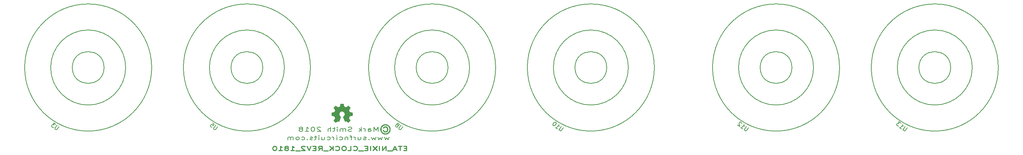
<source format=gbo>
G04 #@! TF.FileFunction,Legend,Bot*
%FSLAX46Y46*%
G04 Gerber Fmt 4.6, Leading zero omitted, Abs format (unit mm)*
G04 Created by KiCad (PCBNEW 4.0.6+dfsg1-1) date Sun Apr  1 15:15:07 2018*
%MOMM*%
%LPD*%
G01*
G04 APERTURE LIST*
%ADD10C,0.100000*%
%ADD11C,0.200000*%
%ADD12C,0.250000*%
%ADD13C,0.010000*%
%ADD14C,0.002540*%
%ADD15C,0.150000*%
G04 APERTURE END LIST*
D10*
D11*
X116608286Y-85256714D02*
X116322572Y-85923381D01*
X116036858Y-85447190D01*
X115751143Y-85923381D01*
X115465429Y-85256714D01*
X115036857Y-85256714D02*
X114751143Y-85923381D01*
X114465429Y-85447190D01*
X114179714Y-85923381D01*
X113894000Y-85256714D01*
X113465428Y-85256714D02*
X113179714Y-85923381D01*
X112894000Y-85447190D01*
X112608285Y-85923381D01*
X112322571Y-85256714D01*
X111751142Y-85828143D02*
X111679714Y-85875762D01*
X111751142Y-85923381D01*
X111822571Y-85875762D01*
X111751142Y-85828143D01*
X111751142Y-85923381D01*
X111108285Y-85875762D02*
X110965428Y-85923381D01*
X110679713Y-85923381D01*
X110536856Y-85875762D01*
X110465428Y-85780524D01*
X110465428Y-85732905D01*
X110536856Y-85637667D01*
X110679713Y-85590048D01*
X110893999Y-85590048D01*
X111036856Y-85542429D01*
X111108285Y-85447190D01*
X111108285Y-85399571D01*
X111036856Y-85304333D01*
X110893999Y-85256714D01*
X110679713Y-85256714D01*
X110536856Y-85304333D01*
X109179713Y-85256714D02*
X109179713Y-85923381D01*
X109822570Y-85256714D02*
X109822570Y-85780524D01*
X109751142Y-85875762D01*
X109608284Y-85923381D01*
X109393999Y-85923381D01*
X109251142Y-85875762D01*
X109179713Y-85828143D01*
X108465427Y-85923381D02*
X108465427Y-85256714D01*
X108465427Y-85447190D02*
X108393999Y-85351952D01*
X108322570Y-85304333D01*
X108179713Y-85256714D01*
X108036856Y-85256714D01*
X107751142Y-85256714D02*
X107179713Y-85256714D01*
X107536856Y-85923381D02*
X107536856Y-85066238D01*
X107465428Y-84971000D01*
X107322570Y-84923381D01*
X107179713Y-84923381D01*
X106679713Y-85256714D02*
X106679713Y-85923381D01*
X106679713Y-85351952D02*
X106608285Y-85304333D01*
X106465427Y-85256714D01*
X106251142Y-85256714D01*
X106108285Y-85304333D01*
X106036856Y-85399571D01*
X106036856Y-85923381D01*
X104679713Y-85875762D02*
X104822570Y-85923381D01*
X105108284Y-85923381D01*
X105251142Y-85875762D01*
X105322570Y-85828143D01*
X105393999Y-85732905D01*
X105393999Y-85447190D01*
X105322570Y-85351952D01*
X105251142Y-85304333D01*
X105108284Y-85256714D01*
X104822570Y-85256714D01*
X104679713Y-85304333D01*
X104036856Y-85923381D02*
X104036856Y-85256714D01*
X104036856Y-84923381D02*
X104108285Y-84971000D01*
X104036856Y-85018619D01*
X103965428Y-84971000D01*
X104036856Y-84923381D01*
X104036856Y-85018619D01*
X103322570Y-85923381D02*
X103322570Y-85256714D01*
X103322570Y-85447190D02*
X103251142Y-85351952D01*
X103179713Y-85304333D01*
X103036856Y-85256714D01*
X102893999Y-85256714D01*
X101751142Y-85875762D02*
X101893999Y-85923381D01*
X102179713Y-85923381D01*
X102322571Y-85875762D01*
X102393999Y-85828143D01*
X102465428Y-85732905D01*
X102465428Y-85447190D01*
X102393999Y-85351952D01*
X102322571Y-85304333D01*
X102179713Y-85256714D01*
X101893999Y-85256714D01*
X101751142Y-85304333D01*
X100465428Y-85256714D02*
X100465428Y-85923381D01*
X101108285Y-85256714D02*
X101108285Y-85780524D01*
X101036857Y-85875762D01*
X100893999Y-85923381D01*
X100679714Y-85923381D01*
X100536857Y-85875762D01*
X100465428Y-85828143D01*
X99751142Y-85923381D02*
X99751142Y-85256714D01*
X99751142Y-84923381D02*
X99822571Y-84971000D01*
X99751142Y-85018619D01*
X99679714Y-84971000D01*
X99751142Y-84923381D01*
X99751142Y-85018619D01*
X99251142Y-85256714D02*
X98679713Y-85256714D01*
X99036856Y-84923381D02*
X99036856Y-85780524D01*
X98965428Y-85875762D01*
X98822570Y-85923381D01*
X98679713Y-85923381D01*
X98251142Y-85875762D02*
X98108285Y-85923381D01*
X97822570Y-85923381D01*
X97679713Y-85875762D01*
X97608285Y-85780524D01*
X97608285Y-85732905D01*
X97679713Y-85637667D01*
X97822570Y-85590048D01*
X98036856Y-85590048D01*
X98179713Y-85542429D01*
X98251142Y-85447190D01*
X98251142Y-85399571D01*
X98179713Y-85304333D01*
X98036856Y-85256714D01*
X97822570Y-85256714D01*
X97679713Y-85304333D01*
X96965427Y-85828143D02*
X96893999Y-85875762D01*
X96965427Y-85923381D01*
X97036856Y-85875762D01*
X96965427Y-85828143D01*
X96965427Y-85923381D01*
X95608284Y-85875762D02*
X95751141Y-85923381D01*
X96036855Y-85923381D01*
X96179713Y-85875762D01*
X96251141Y-85828143D01*
X96322570Y-85732905D01*
X96322570Y-85447190D01*
X96251141Y-85351952D01*
X96179713Y-85304333D01*
X96036855Y-85256714D01*
X95751141Y-85256714D01*
X95608284Y-85304333D01*
X94751141Y-85923381D02*
X94893999Y-85875762D01*
X94965427Y-85828143D01*
X95036856Y-85732905D01*
X95036856Y-85447190D01*
X94965427Y-85351952D01*
X94893999Y-85304333D01*
X94751141Y-85256714D01*
X94536856Y-85256714D01*
X94393999Y-85304333D01*
X94322570Y-85351952D01*
X94251141Y-85447190D01*
X94251141Y-85732905D01*
X94322570Y-85828143D01*
X94393999Y-85875762D01*
X94536856Y-85923381D01*
X94751141Y-85923381D01*
X93608284Y-85923381D02*
X93608284Y-85256714D01*
X93608284Y-85351952D02*
X93536856Y-85304333D01*
X93393998Y-85256714D01*
X93179713Y-85256714D01*
X93036856Y-85304333D01*
X92965427Y-85399571D01*
X92965427Y-85923381D01*
X92965427Y-85399571D02*
X92893998Y-85304333D01*
X92751141Y-85256714D01*
X92536856Y-85256714D01*
X92393998Y-85304333D01*
X92322570Y-85399571D01*
X92322570Y-85923381D01*
D12*
X120774999Y-87939571D02*
X120274999Y-87939571D01*
X120060713Y-88463381D02*
X120774999Y-88463381D01*
X120774999Y-87463381D01*
X120060713Y-87463381D01*
X119632142Y-87463381D02*
X118774999Y-87463381D01*
X119203570Y-88463381D02*
X119203570Y-87463381D01*
X118346428Y-88177667D02*
X117632142Y-88177667D01*
X118489285Y-88463381D02*
X117989285Y-87463381D01*
X117489285Y-88463381D01*
X117346428Y-88558619D02*
X116203571Y-88558619D01*
X115846428Y-88463381D02*
X115846428Y-87463381D01*
X114989285Y-88463381D01*
X114989285Y-87463381D01*
X114274999Y-88463381D02*
X114274999Y-87463381D01*
X113703570Y-87463381D02*
X112703570Y-88463381D01*
X112703570Y-87463381D02*
X113703570Y-88463381D01*
X112132142Y-88463381D02*
X112132142Y-87463381D01*
X111417856Y-87939571D02*
X110917856Y-87939571D01*
X110703570Y-88463381D02*
X111417856Y-88463381D01*
X111417856Y-87463381D01*
X110703570Y-87463381D01*
X110417856Y-88558619D02*
X109274999Y-88558619D01*
X108060713Y-88368143D02*
X108132142Y-88415762D01*
X108346428Y-88463381D01*
X108489285Y-88463381D01*
X108703570Y-88415762D01*
X108846428Y-88320524D01*
X108917856Y-88225286D01*
X108989285Y-88034810D01*
X108989285Y-87891952D01*
X108917856Y-87701476D01*
X108846428Y-87606238D01*
X108703570Y-87511000D01*
X108489285Y-87463381D01*
X108346428Y-87463381D01*
X108132142Y-87511000D01*
X108060713Y-87558619D01*
X106703570Y-88463381D02*
X107417856Y-88463381D01*
X107417856Y-87463381D01*
X105917856Y-87463381D02*
X105632142Y-87463381D01*
X105489284Y-87511000D01*
X105346427Y-87606238D01*
X105274999Y-87796714D01*
X105274999Y-88130048D01*
X105346427Y-88320524D01*
X105489284Y-88415762D01*
X105632142Y-88463381D01*
X105917856Y-88463381D01*
X106060713Y-88415762D01*
X106203570Y-88320524D01*
X106274999Y-88130048D01*
X106274999Y-87796714D01*
X106203570Y-87606238D01*
X106060713Y-87511000D01*
X105917856Y-87463381D01*
X103774998Y-88368143D02*
X103846427Y-88415762D01*
X104060713Y-88463381D01*
X104203570Y-88463381D01*
X104417855Y-88415762D01*
X104560713Y-88320524D01*
X104632141Y-88225286D01*
X104703570Y-88034810D01*
X104703570Y-87891952D01*
X104632141Y-87701476D01*
X104560713Y-87606238D01*
X104417855Y-87511000D01*
X104203570Y-87463381D01*
X104060713Y-87463381D01*
X103846427Y-87511000D01*
X103774998Y-87558619D01*
X103132141Y-88463381D02*
X103132141Y-87463381D01*
X102274998Y-88463381D02*
X102917855Y-87891952D01*
X102274998Y-87463381D02*
X103132141Y-88034810D01*
X101989284Y-88558619D02*
X100846427Y-88558619D01*
X99632141Y-88463381D02*
X100132141Y-87987190D01*
X100489284Y-88463381D02*
X100489284Y-87463381D01*
X99917856Y-87463381D01*
X99774998Y-87511000D01*
X99703570Y-87558619D01*
X99632141Y-87653857D01*
X99632141Y-87796714D01*
X99703570Y-87891952D01*
X99774998Y-87939571D01*
X99917856Y-87987190D01*
X100489284Y-87987190D01*
X98989284Y-87939571D02*
X98489284Y-87939571D01*
X98274998Y-88463381D02*
X98989284Y-88463381D01*
X98989284Y-87463381D01*
X98274998Y-87463381D01*
X97846427Y-87463381D02*
X97346427Y-88463381D01*
X96846427Y-87463381D01*
X96417856Y-87558619D02*
X96346427Y-87511000D01*
X96203570Y-87463381D01*
X95846427Y-87463381D01*
X95703570Y-87511000D01*
X95632141Y-87558619D01*
X95560713Y-87653857D01*
X95560713Y-87749095D01*
X95632141Y-87891952D01*
X96489284Y-88463381D01*
X95560713Y-88463381D01*
X95274999Y-88558619D02*
X94132142Y-88558619D01*
X92989285Y-88463381D02*
X93846428Y-88463381D01*
X93417856Y-88463381D02*
X93417856Y-87463381D01*
X93560713Y-87606238D01*
X93703571Y-87701476D01*
X93846428Y-87749095D01*
X92132142Y-87891952D02*
X92275000Y-87844333D01*
X92346428Y-87796714D01*
X92417857Y-87701476D01*
X92417857Y-87653857D01*
X92346428Y-87558619D01*
X92275000Y-87511000D01*
X92132142Y-87463381D01*
X91846428Y-87463381D01*
X91703571Y-87511000D01*
X91632142Y-87558619D01*
X91560714Y-87653857D01*
X91560714Y-87701476D01*
X91632142Y-87796714D01*
X91703571Y-87844333D01*
X91846428Y-87891952D01*
X92132142Y-87891952D01*
X92275000Y-87939571D01*
X92346428Y-87987190D01*
X92417857Y-88082429D01*
X92417857Y-88272905D01*
X92346428Y-88368143D01*
X92275000Y-88415762D01*
X92132142Y-88463381D01*
X91846428Y-88463381D01*
X91703571Y-88415762D01*
X91632142Y-88368143D01*
X91560714Y-88272905D01*
X91560714Y-88082429D01*
X91632142Y-87987190D01*
X91703571Y-87939571D01*
X91846428Y-87891952D01*
X90132143Y-88463381D02*
X90989286Y-88463381D01*
X90560714Y-88463381D02*
X90560714Y-87463381D01*
X90703571Y-87606238D01*
X90846429Y-87701476D01*
X90989286Y-87749095D01*
X89203572Y-87463381D02*
X89060715Y-87463381D01*
X88917858Y-87511000D01*
X88846429Y-87558619D01*
X88775000Y-87653857D01*
X88703572Y-87844333D01*
X88703572Y-88082429D01*
X88775000Y-88272905D01*
X88846429Y-88368143D01*
X88917858Y-88415762D01*
X89060715Y-88463381D01*
X89203572Y-88463381D01*
X89346429Y-88415762D01*
X89417858Y-88368143D01*
X89489286Y-88272905D01*
X89560715Y-88082429D01*
X89560715Y-87844333D01*
X89489286Y-87653857D01*
X89417858Y-87558619D01*
X89346429Y-87511000D01*
X89203572Y-87463381D01*
D11*
X113949570Y-83891381D02*
X113949570Y-82891381D01*
X113449570Y-83605667D01*
X112949570Y-82891381D01*
X112949570Y-83891381D01*
X111592427Y-83891381D02*
X111592427Y-83367571D01*
X111663856Y-83272333D01*
X111806713Y-83224714D01*
X112092427Y-83224714D01*
X112235284Y-83272333D01*
X111592427Y-83843762D02*
X111735284Y-83891381D01*
X112092427Y-83891381D01*
X112235284Y-83843762D01*
X112306713Y-83748524D01*
X112306713Y-83653286D01*
X112235284Y-83558048D01*
X112092427Y-83510429D01*
X111735284Y-83510429D01*
X111592427Y-83462810D01*
X110878141Y-83891381D02*
X110878141Y-83224714D01*
X110878141Y-83415190D02*
X110806713Y-83319952D01*
X110735284Y-83272333D01*
X110592427Y-83224714D01*
X110449570Y-83224714D01*
X109949570Y-83891381D02*
X109949570Y-82891381D01*
X109806713Y-83510429D02*
X109378142Y-83891381D01*
X109378142Y-83224714D02*
X109949570Y-83605667D01*
X107663856Y-83843762D02*
X107449570Y-83891381D01*
X107092427Y-83891381D01*
X106949570Y-83843762D01*
X106878141Y-83796143D01*
X106806713Y-83700905D01*
X106806713Y-83605667D01*
X106878141Y-83510429D01*
X106949570Y-83462810D01*
X107092427Y-83415190D01*
X107378141Y-83367571D01*
X107520999Y-83319952D01*
X107592427Y-83272333D01*
X107663856Y-83177095D01*
X107663856Y-83081857D01*
X107592427Y-82986619D01*
X107520999Y-82939000D01*
X107378141Y-82891381D01*
X107020999Y-82891381D01*
X106806713Y-82939000D01*
X106163856Y-83891381D02*
X106163856Y-83224714D01*
X106163856Y-83319952D02*
X106092428Y-83272333D01*
X105949570Y-83224714D01*
X105735285Y-83224714D01*
X105592428Y-83272333D01*
X105520999Y-83367571D01*
X105520999Y-83891381D01*
X105520999Y-83367571D02*
X105449570Y-83272333D01*
X105306713Y-83224714D01*
X105092428Y-83224714D01*
X104949570Y-83272333D01*
X104878142Y-83367571D01*
X104878142Y-83891381D01*
X104163856Y-83891381D02*
X104163856Y-83224714D01*
X104163856Y-82891381D02*
X104235285Y-82939000D01*
X104163856Y-82986619D01*
X104092428Y-82939000D01*
X104163856Y-82891381D01*
X104163856Y-82986619D01*
X103663856Y-83224714D02*
X103092427Y-83224714D01*
X103449570Y-82891381D02*
X103449570Y-83748524D01*
X103378142Y-83843762D01*
X103235284Y-83891381D01*
X103092427Y-83891381D01*
X102592427Y-83891381D02*
X102592427Y-82891381D01*
X101949570Y-83891381D02*
X101949570Y-83367571D01*
X102020999Y-83272333D01*
X102163856Y-83224714D01*
X102378141Y-83224714D01*
X102520999Y-83272333D01*
X102592427Y-83319952D01*
X100163856Y-82986619D02*
X100092427Y-82939000D01*
X99949570Y-82891381D01*
X99592427Y-82891381D01*
X99449570Y-82939000D01*
X99378141Y-82986619D01*
X99306713Y-83081857D01*
X99306713Y-83177095D01*
X99378141Y-83319952D01*
X100235284Y-83891381D01*
X99306713Y-83891381D01*
X98378142Y-82891381D02*
X98235285Y-82891381D01*
X98092428Y-82939000D01*
X98020999Y-82986619D01*
X97949570Y-83081857D01*
X97878142Y-83272333D01*
X97878142Y-83510429D01*
X97949570Y-83700905D01*
X98020999Y-83796143D01*
X98092428Y-83843762D01*
X98235285Y-83891381D01*
X98378142Y-83891381D01*
X98520999Y-83843762D01*
X98592428Y-83796143D01*
X98663856Y-83700905D01*
X98735285Y-83510429D01*
X98735285Y-83272333D01*
X98663856Y-83081857D01*
X98592428Y-82986619D01*
X98520999Y-82939000D01*
X98378142Y-82891381D01*
X96449571Y-83891381D02*
X97306714Y-83891381D01*
X96878142Y-83891381D02*
X96878142Y-82891381D01*
X97020999Y-83034238D01*
X97163857Y-83129476D01*
X97306714Y-83177095D01*
X95592428Y-83319952D02*
X95735286Y-83272333D01*
X95806714Y-83224714D01*
X95878143Y-83129476D01*
X95878143Y-83081857D01*
X95806714Y-82986619D01*
X95735286Y-82939000D01*
X95592428Y-82891381D01*
X95306714Y-82891381D01*
X95163857Y-82939000D01*
X95092428Y-82986619D01*
X95021000Y-83081857D01*
X95021000Y-83129476D01*
X95092428Y-83224714D01*
X95163857Y-83272333D01*
X95306714Y-83319952D01*
X95592428Y-83319952D01*
X95735286Y-83367571D01*
X95806714Y-83415190D01*
X95878143Y-83510429D01*
X95878143Y-83700905D01*
X95806714Y-83796143D01*
X95735286Y-83843762D01*
X95592428Y-83891381D01*
X95306714Y-83891381D01*
X95163857Y-83843762D01*
X95092428Y-83796143D01*
X95021000Y-83700905D01*
X95021000Y-83510429D01*
X95092428Y-83415190D01*
X95163857Y-83367571D01*
X95306714Y-83319952D01*
D13*
G36*
X115642583Y-82198083D02*
X115569366Y-82200580D01*
X115502919Y-82205378D01*
X115447170Y-82212501D01*
X115427714Y-82216229D01*
X115395100Y-82225099D01*
X115351646Y-82239393D01*
X115301895Y-82257460D01*
X115250391Y-82277651D01*
X115201700Y-82298306D01*
X115166805Y-82314814D01*
X115126419Y-82335489D01*
X115084181Y-82358286D01*
X115043733Y-82381162D01*
X115008715Y-82402073D01*
X114982769Y-82418975D01*
X114972116Y-82427180D01*
X114960875Y-82436962D01*
X114941348Y-82453653D01*
X114922577Y-82469567D01*
X114831911Y-82556192D01*
X114748820Y-82655696D01*
X114675782Y-82764811D01*
X114621544Y-82866712D01*
X114574116Y-82977547D01*
X114539581Y-83082220D01*
X114517030Y-83184377D01*
X114505553Y-83287664D01*
X114503711Y-83338548D01*
X114502815Y-83379096D01*
X114501417Y-83413951D01*
X114499711Y-83439327D01*
X114497946Y-83451307D01*
X114498011Y-83464077D01*
X114500572Y-83467010D01*
X114504436Y-83477297D01*
X114506397Y-83498597D01*
X114506407Y-83512316D01*
X114507318Y-83538572D01*
X114510948Y-83558330D01*
X114513420Y-83563513D01*
X114518337Y-83576464D01*
X114517274Y-83580710D01*
X114516212Y-83594241D01*
X114520039Y-83620466D01*
X114527963Y-83656127D01*
X114539196Y-83697964D01*
X114552947Y-83742718D01*
X114565091Y-83778047D01*
X114604984Y-83875802D01*
X114653974Y-83975865D01*
X114707935Y-84069962D01*
X114720436Y-84089614D01*
X114761780Y-84145838D01*
X114814197Y-84205758D01*
X114873652Y-84265418D01*
X114936114Y-84320863D01*
X114997547Y-84368136D01*
X115019536Y-84382974D01*
X115077381Y-84417629D01*
X115143786Y-84453059D01*
X115213242Y-84486610D01*
X115280240Y-84515626D01*
X115339269Y-84537451D01*
X115341400Y-84538141D01*
X115447446Y-84565439D01*
X115562291Y-84582801D01*
X115680787Y-84589896D01*
X115797784Y-84586388D01*
X115896372Y-84574097D01*
X115986612Y-84553292D01*
X116085563Y-84521473D01*
X116190068Y-84479703D01*
X116231699Y-84460923D01*
X116321965Y-84414108D01*
X116401587Y-84361873D01*
X116475933Y-84300915D01*
X116501526Y-84277840D01*
X116522513Y-84258928D01*
X116535560Y-84247182D01*
X116537776Y-84245193D01*
X116579815Y-84202505D01*
X116624960Y-84147852D01*
X116670460Y-84085158D01*
X116713564Y-84018344D01*
X116751521Y-83951335D01*
X116770086Y-83913941D01*
X116794202Y-83860920D01*
X116812811Y-83815816D01*
X116827626Y-83773360D01*
X116840363Y-83728284D01*
X116852736Y-83675321D01*
X116861835Y-83632018D01*
X116871649Y-83580893D01*
X116878281Y-83536883D01*
X116882299Y-83493960D01*
X116883996Y-83452715D01*
X116686384Y-83452715D01*
X116684649Y-83488038D01*
X116680615Y-83522777D01*
X116673889Y-83562368D01*
X116667419Y-83595634D01*
X116656558Y-83648622D01*
X116647138Y-83689515D01*
X116637632Y-83722889D01*
X116626512Y-83753321D01*
X116612250Y-83785387D01*
X116593320Y-83823663D01*
X116587495Y-83835099D01*
X116546726Y-83910351D01*
X116506616Y-83973962D01*
X116463736Y-84030721D01*
X116414656Y-84085421D01*
X116391800Y-84108508D01*
X116295213Y-84191967D01*
X116188048Y-84262548D01*
X116071330Y-84319713D01*
X115946079Y-84362920D01*
X115879033Y-84379453D01*
X115814993Y-84389284D01*
X115740799Y-84394307D01*
X115662531Y-84394527D01*
X115586269Y-84389949D01*
X115518094Y-84380579D01*
X115510733Y-84379130D01*
X115461181Y-84368416D01*
X115417979Y-84357400D01*
X115378018Y-84344795D01*
X115338183Y-84329315D01*
X115295365Y-84309675D01*
X115246451Y-84284588D01*
X115188330Y-84252767D01*
X115142433Y-84226895D01*
X115073134Y-84179679D01*
X115004666Y-84118188D01*
X114938988Y-84045044D01*
X114878063Y-83962869D01*
X114823850Y-83874282D01*
X114778310Y-83781906D01*
X114746213Y-83697234D01*
X114725751Y-83628478D01*
X114711845Y-83567082D01*
X114703697Y-83507104D01*
X114700506Y-83442600D01*
X114701476Y-83367626D01*
X114701566Y-83365004D01*
X114703809Y-83316019D01*
X114706913Y-83268980D01*
X114710515Y-83228422D01*
X114714250Y-83198877D01*
X114715363Y-83192741D01*
X114740630Y-83098687D01*
X114777665Y-83001599D01*
X114824289Y-82905584D01*
X114878323Y-82814746D01*
X114937588Y-82733193D01*
X114990619Y-82674069D01*
X115050118Y-82621626D01*
X115121608Y-82569477D01*
X115200486Y-82520308D01*
X115282149Y-82476804D01*
X115361993Y-82441650D01*
X115426066Y-82420041D01*
X115483841Y-82407355D01*
X115552353Y-82397715D01*
X115626421Y-82391408D01*
X115700864Y-82388718D01*
X115770501Y-82389932D01*
X115830153Y-82395335D01*
X115841495Y-82397127D01*
X115873986Y-82402464D01*
X115904845Y-82407039D01*
X115917133Y-82408639D01*
X115955966Y-82416972D01*
X116005409Y-82433270D01*
X116062041Y-82456021D01*
X116122443Y-82483709D01*
X116183192Y-82514822D01*
X116240868Y-82547845D01*
X116263026Y-82561709D01*
X116347508Y-82625443D01*
X116426198Y-82703162D01*
X116497447Y-82792433D01*
X116559608Y-82890822D01*
X116611032Y-82995897D01*
X116650072Y-83105225D01*
X116662216Y-83151134D01*
X116668747Y-83179458D01*
X116673525Y-83203344D01*
X116676971Y-83226702D01*
X116679504Y-83253441D01*
X116681546Y-83287473D01*
X116683518Y-83332707D01*
X116684525Y-83358567D01*
X116686211Y-83411371D01*
X116686384Y-83452715D01*
X116883996Y-83452715D01*
X116884269Y-83446098D01*
X116884758Y-83388200D01*
X116883022Y-83304679D01*
X116877995Y-83236042D01*
X116871009Y-83189234D01*
X116864052Y-83154232D01*
X116858025Y-83123063D01*
X116854049Y-83101538D01*
X116853608Y-83098960D01*
X116847013Y-83074410D01*
X116840397Y-83058743D01*
X116834616Y-83045277D01*
X116834964Y-83041067D01*
X116835153Y-83033890D01*
X116829910Y-83014716D01*
X116820538Y-82987085D01*
X116808343Y-82954535D01*
X116794630Y-82920606D01*
X116780704Y-82888836D01*
X116772515Y-82871734D01*
X116703319Y-82747966D01*
X116626205Y-82638088D01*
X116539521Y-82540256D01*
X116441616Y-82452630D01*
X116330840Y-82373368D01*
X116319099Y-82365899D01*
X116269142Y-82337479D01*
X116208196Y-82307477D01*
X116141582Y-82278143D01*
X116074623Y-82251730D01*
X116012640Y-82230490D01*
X115972759Y-82219343D01*
X115924603Y-82210667D01*
X115863579Y-82204180D01*
X115793617Y-82199906D01*
X115718642Y-82197866D01*
X115642583Y-82198083D01*
X115642583Y-82198083D01*
G37*
X115642583Y-82198083D02*
X115569366Y-82200580D01*
X115502919Y-82205378D01*
X115447170Y-82212501D01*
X115427714Y-82216229D01*
X115395100Y-82225099D01*
X115351646Y-82239393D01*
X115301895Y-82257460D01*
X115250391Y-82277651D01*
X115201700Y-82298306D01*
X115166805Y-82314814D01*
X115126419Y-82335489D01*
X115084181Y-82358286D01*
X115043733Y-82381162D01*
X115008715Y-82402073D01*
X114982769Y-82418975D01*
X114972116Y-82427180D01*
X114960875Y-82436962D01*
X114941348Y-82453653D01*
X114922577Y-82469567D01*
X114831911Y-82556192D01*
X114748820Y-82655696D01*
X114675782Y-82764811D01*
X114621544Y-82866712D01*
X114574116Y-82977547D01*
X114539581Y-83082220D01*
X114517030Y-83184377D01*
X114505553Y-83287664D01*
X114503711Y-83338548D01*
X114502815Y-83379096D01*
X114501417Y-83413951D01*
X114499711Y-83439327D01*
X114497946Y-83451307D01*
X114498011Y-83464077D01*
X114500572Y-83467010D01*
X114504436Y-83477297D01*
X114506397Y-83498597D01*
X114506407Y-83512316D01*
X114507318Y-83538572D01*
X114510948Y-83558330D01*
X114513420Y-83563513D01*
X114518337Y-83576464D01*
X114517274Y-83580710D01*
X114516212Y-83594241D01*
X114520039Y-83620466D01*
X114527963Y-83656127D01*
X114539196Y-83697964D01*
X114552947Y-83742718D01*
X114565091Y-83778047D01*
X114604984Y-83875802D01*
X114653974Y-83975865D01*
X114707935Y-84069962D01*
X114720436Y-84089614D01*
X114761780Y-84145838D01*
X114814197Y-84205758D01*
X114873652Y-84265418D01*
X114936114Y-84320863D01*
X114997547Y-84368136D01*
X115019536Y-84382974D01*
X115077381Y-84417629D01*
X115143786Y-84453059D01*
X115213242Y-84486610D01*
X115280240Y-84515626D01*
X115339269Y-84537451D01*
X115341400Y-84538141D01*
X115447446Y-84565439D01*
X115562291Y-84582801D01*
X115680787Y-84589896D01*
X115797784Y-84586388D01*
X115896372Y-84574097D01*
X115986612Y-84553292D01*
X116085563Y-84521473D01*
X116190068Y-84479703D01*
X116231699Y-84460923D01*
X116321965Y-84414108D01*
X116401587Y-84361873D01*
X116475933Y-84300915D01*
X116501526Y-84277840D01*
X116522513Y-84258928D01*
X116535560Y-84247182D01*
X116537776Y-84245193D01*
X116579815Y-84202505D01*
X116624960Y-84147852D01*
X116670460Y-84085158D01*
X116713564Y-84018344D01*
X116751521Y-83951335D01*
X116770086Y-83913941D01*
X116794202Y-83860920D01*
X116812811Y-83815816D01*
X116827626Y-83773360D01*
X116840363Y-83728284D01*
X116852736Y-83675321D01*
X116861835Y-83632018D01*
X116871649Y-83580893D01*
X116878281Y-83536883D01*
X116882299Y-83493960D01*
X116883996Y-83452715D01*
X116686384Y-83452715D01*
X116684649Y-83488038D01*
X116680615Y-83522777D01*
X116673889Y-83562368D01*
X116667419Y-83595634D01*
X116656558Y-83648622D01*
X116647138Y-83689515D01*
X116637632Y-83722889D01*
X116626512Y-83753321D01*
X116612250Y-83785387D01*
X116593320Y-83823663D01*
X116587495Y-83835099D01*
X116546726Y-83910351D01*
X116506616Y-83973962D01*
X116463736Y-84030721D01*
X116414656Y-84085421D01*
X116391800Y-84108508D01*
X116295213Y-84191967D01*
X116188048Y-84262548D01*
X116071330Y-84319713D01*
X115946079Y-84362920D01*
X115879033Y-84379453D01*
X115814993Y-84389284D01*
X115740799Y-84394307D01*
X115662531Y-84394527D01*
X115586269Y-84389949D01*
X115518094Y-84380579D01*
X115510733Y-84379130D01*
X115461181Y-84368416D01*
X115417979Y-84357400D01*
X115378018Y-84344795D01*
X115338183Y-84329315D01*
X115295365Y-84309675D01*
X115246451Y-84284588D01*
X115188330Y-84252767D01*
X115142433Y-84226895D01*
X115073134Y-84179679D01*
X115004666Y-84118188D01*
X114938988Y-84045044D01*
X114878063Y-83962869D01*
X114823850Y-83874282D01*
X114778310Y-83781906D01*
X114746213Y-83697234D01*
X114725751Y-83628478D01*
X114711845Y-83567082D01*
X114703697Y-83507104D01*
X114700506Y-83442600D01*
X114701476Y-83367626D01*
X114701566Y-83365004D01*
X114703809Y-83316019D01*
X114706913Y-83268980D01*
X114710515Y-83228422D01*
X114714250Y-83198877D01*
X114715363Y-83192741D01*
X114740630Y-83098687D01*
X114777665Y-83001599D01*
X114824289Y-82905584D01*
X114878323Y-82814746D01*
X114937588Y-82733193D01*
X114990619Y-82674069D01*
X115050118Y-82621626D01*
X115121608Y-82569477D01*
X115200486Y-82520308D01*
X115282149Y-82476804D01*
X115361993Y-82441650D01*
X115426066Y-82420041D01*
X115483841Y-82407355D01*
X115552353Y-82397715D01*
X115626421Y-82391408D01*
X115700864Y-82388718D01*
X115770501Y-82389932D01*
X115830153Y-82395335D01*
X115841495Y-82397127D01*
X115873986Y-82402464D01*
X115904845Y-82407039D01*
X115917133Y-82408639D01*
X115955966Y-82416972D01*
X116005409Y-82433270D01*
X116062041Y-82456021D01*
X116122443Y-82483709D01*
X116183192Y-82514822D01*
X116240868Y-82547845D01*
X116263026Y-82561709D01*
X116347508Y-82625443D01*
X116426198Y-82703162D01*
X116497447Y-82792433D01*
X116559608Y-82890822D01*
X116611032Y-82995897D01*
X116650072Y-83105225D01*
X116662216Y-83151134D01*
X116668747Y-83179458D01*
X116673525Y-83203344D01*
X116676971Y-83226702D01*
X116679504Y-83253441D01*
X116681546Y-83287473D01*
X116683518Y-83332707D01*
X116684525Y-83358567D01*
X116686211Y-83411371D01*
X116686384Y-83452715D01*
X116883996Y-83452715D01*
X116884269Y-83446098D01*
X116884758Y-83388200D01*
X116883022Y-83304679D01*
X116877995Y-83236042D01*
X116871009Y-83189234D01*
X116864052Y-83154232D01*
X116858025Y-83123063D01*
X116854049Y-83101538D01*
X116853608Y-83098960D01*
X116847013Y-83074410D01*
X116840397Y-83058743D01*
X116834616Y-83045277D01*
X116834964Y-83041067D01*
X116835153Y-83033890D01*
X116829910Y-83014716D01*
X116820538Y-82987085D01*
X116808343Y-82954535D01*
X116794630Y-82920606D01*
X116780704Y-82888836D01*
X116772515Y-82871734D01*
X116703319Y-82747966D01*
X116626205Y-82638088D01*
X116539521Y-82540256D01*
X116441616Y-82452630D01*
X116330840Y-82373368D01*
X116319099Y-82365899D01*
X116269142Y-82337479D01*
X116208196Y-82307477D01*
X116141582Y-82278143D01*
X116074623Y-82251730D01*
X116012640Y-82230490D01*
X115972759Y-82219343D01*
X115924603Y-82210667D01*
X115863579Y-82204180D01*
X115793617Y-82199906D01*
X115718642Y-82197866D01*
X115642583Y-82198083D01*
G36*
X115582135Y-82723796D02*
X115533612Y-82730873D01*
X115444540Y-82757702D01*
X115362831Y-82799263D01*
X115289978Y-82854407D01*
X115227473Y-82921981D01*
X115176809Y-83000837D01*
X115172491Y-83009220D01*
X115157002Y-83040889D01*
X115145433Y-83066398D01*
X115139260Y-83082376D01*
X115138808Y-83086034D01*
X115148451Y-83089577D01*
X115170174Y-83096067D01*
X115199633Y-83104330D01*
X115232485Y-83113193D01*
X115264384Y-83121483D01*
X115290988Y-83128028D01*
X115307533Y-83131584D01*
X115320601Y-83131620D01*
X115331564Y-83124357D01*
X115343910Y-83106631D01*
X115353104Y-83090264D01*
X115397488Y-83024911D01*
X115452292Y-82972814D01*
X115517037Y-82934270D01*
X115591242Y-82909577D01*
X115660656Y-82899748D01*
X115724697Y-82899527D01*
X115784726Y-82906852D01*
X115836696Y-82920951D01*
X115876107Y-82940738D01*
X115893026Y-82951567D01*
X115903285Y-82956385D01*
X115903526Y-82956400D01*
X115916324Y-82962518D01*
X115936486Y-82978732D01*
X115960907Y-83001830D01*
X115986477Y-83028601D01*
X116010091Y-83055835D01*
X116028640Y-83080320D01*
X116037106Y-83094427D01*
X116059014Y-83141677D01*
X116071812Y-83175622D01*
X116075136Y-83189234D01*
X116078719Y-83207254D01*
X116084653Y-83233909D01*
X116088079Y-83248500D01*
X116093803Y-83284884D01*
X116097212Y-83333131D01*
X116098362Y-83388335D01*
X116097310Y-83445593D01*
X116094113Y-83500002D01*
X116088827Y-83546656D01*
X116084362Y-83570234D01*
X116070535Y-83623916D01*
X116056921Y-83665462D01*
X116041637Y-83699537D01*
X116022800Y-83730807D01*
X116015091Y-83741852D01*
X115964802Y-83797958D01*
X115904349Y-83840612D01*
X115834036Y-83869675D01*
X115754165Y-83885007D01*
X115699930Y-83887555D01*
X115616511Y-83879765D01*
X115540041Y-83857326D01*
X115471804Y-83821014D01*
X115413083Y-83771609D01*
X115365159Y-83709887D01*
X115344397Y-83672073D01*
X115330807Y-83642495D01*
X115320761Y-83618101D01*
X115316118Y-83603459D01*
X115316000Y-83602223D01*
X115311654Y-83594158D01*
X115297233Y-83592194D01*
X115270665Y-83596365D01*
X115241916Y-83603435D01*
X115217477Y-83609437D01*
X115201332Y-83612438D01*
X115197466Y-83612233D01*
X115190569Y-83613232D01*
X115173295Y-83619385D01*
X115165716Y-83622464D01*
X115145401Y-83630536D01*
X115133160Y-83634611D01*
X115131850Y-83634732D01*
X115122730Y-83634545D01*
X115121098Y-83646902D01*
X115126914Y-83672968D01*
X115130204Y-83683951D01*
X115140935Y-83714429D01*
X115154652Y-83747863D01*
X115169568Y-83780543D01*
X115183897Y-83808758D01*
X115195851Y-83828801D01*
X115203643Y-83836961D01*
X115203938Y-83836992D01*
X115211984Y-83843442D01*
X115225047Y-83859656D01*
X115231333Y-83868659D01*
X115251089Y-83894283D01*
X115273123Y-83917596D01*
X115277523Y-83921518D01*
X115300432Y-83941382D01*
X115321874Y-83960587D01*
X115322917Y-83961546D01*
X115342285Y-83976486D01*
X115359277Y-83985400D01*
X115372443Y-83992687D01*
X115375266Y-83997631D01*
X115382831Y-84004415D01*
X115403163Y-84014420D01*
X115432716Y-84026320D01*
X115467945Y-84038792D01*
X115505306Y-84050509D01*
X115541254Y-84060146D01*
X115544600Y-84060936D01*
X115576983Y-84066103D01*
X115620884Y-84069937D01*
X115670927Y-84072285D01*
X115721737Y-84072991D01*
X115767940Y-84071904D01*
X115804161Y-84068869D01*
X115807066Y-84068446D01*
X115849729Y-84059587D01*
X115898191Y-84045941D01*
X115946362Y-84029526D01*
X115988151Y-84012365D01*
X116010266Y-84001035D01*
X116087033Y-83946985D01*
X116157057Y-83879653D01*
X116194158Y-83834450D01*
X116214182Y-83806956D01*
X116229570Y-83784438D01*
X116237979Y-83770388D01*
X116238866Y-83767847D01*
X116242317Y-83757228D01*
X116251342Y-83736131D01*
X116263316Y-83710530D01*
X116275284Y-83684562D01*
X116283000Y-83665328D01*
X116284795Y-83657084D01*
X116285263Y-83648014D01*
X116289566Y-83627668D01*
X116294720Y-83607940D01*
X116302358Y-83569610D01*
X116308085Y-83518864D01*
X116311802Y-83460124D01*
X116313411Y-83397811D01*
X116312813Y-83336345D01*
X116309909Y-83280148D01*
X116304601Y-83233640D01*
X116303246Y-83225907D01*
X116295231Y-83187983D01*
X116286256Y-83152422D01*
X116277952Y-83125535D01*
X116276018Y-83120537D01*
X116266616Y-83095969D01*
X116260279Y-83075695D01*
X116259587Y-83072618D01*
X116249943Y-83045790D01*
X116230999Y-83010804D01*
X116205344Y-82971560D01*
X116175566Y-82931956D01*
X116144256Y-82895894D01*
X116137840Y-82889249D01*
X116073576Y-82834420D01*
X115997591Y-82788852D01*
X115908249Y-82751598D01*
X115887500Y-82744698D01*
X115838499Y-82733098D01*
X115778175Y-82725001D01*
X115711816Y-82720614D01*
X115644707Y-82720144D01*
X115582135Y-82723796D01*
X115582135Y-82723796D01*
G37*
X115582135Y-82723796D02*
X115533612Y-82730873D01*
X115444540Y-82757702D01*
X115362831Y-82799263D01*
X115289978Y-82854407D01*
X115227473Y-82921981D01*
X115176809Y-83000837D01*
X115172491Y-83009220D01*
X115157002Y-83040889D01*
X115145433Y-83066398D01*
X115139260Y-83082376D01*
X115138808Y-83086034D01*
X115148451Y-83089577D01*
X115170174Y-83096067D01*
X115199633Y-83104330D01*
X115232485Y-83113193D01*
X115264384Y-83121483D01*
X115290988Y-83128028D01*
X115307533Y-83131584D01*
X115320601Y-83131620D01*
X115331564Y-83124357D01*
X115343910Y-83106631D01*
X115353104Y-83090264D01*
X115397488Y-83024911D01*
X115452292Y-82972814D01*
X115517037Y-82934270D01*
X115591242Y-82909577D01*
X115660656Y-82899748D01*
X115724697Y-82899527D01*
X115784726Y-82906852D01*
X115836696Y-82920951D01*
X115876107Y-82940738D01*
X115893026Y-82951567D01*
X115903285Y-82956385D01*
X115903526Y-82956400D01*
X115916324Y-82962518D01*
X115936486Y-82978732D01*
X115960907Y-83001830D01*
X115986477Y-83028601D01*
X116010091Y-83055835D01*
X116028640Y-83080320D01*
X116037106Y-83094427D01*
X116059014Y-83141677D01*
X116071812Y-83175622D01*
X116075136Y-83189234D01*
X116078719Y-83207254D01*
X116084653Y-83233909D01*
X116088079Y-83248500D01*
X116093803Y-83284884D01*
X116097212Y-83333131D01*
X116098362Y-83388335D01*
X116097310Y-83445593D01*
X116094113Y-83500002D01*
X116088827Y-83546656D01*
X116084362Y-83570234D01*
X116070535Y-83623916D01*
X116056921Y-83665462D01*
X116041637Y-83699537D01*
X116022800Y-83730807D01*
X116015091Y-83741852D01*
X115964802Y-83797958D01*
X115904349Y-83840612D01*
X115834036Y-83869675D01*
X115754165Y-83885007D01*
X115699930Y-83887555D01*
X115616511Y-83879765D01*
X115540041Y-83857326D01*
X115471804Y-83821014D01*
X115413083Y-83771609D01*
X115365159Y-83709887D01*
X115344397Y-83672073D01*
X115330807Y-83642495D01*
X115320761Y-83618101D01*
X115316118Y-83603459D01*
X115316000Y-83602223D01*
X115311654Y-83594158D01*
X115297233Y-83592194D01*
X115270665Y-83596365D01*
X115241916Y-83603435D01*
X115217477Y-83609437D01*
X115201332Y-83612438D01*
X115197466Y-83612233D01*
X115190569Y-83613232D01*
X115173295Y-83619385D01*
X115165716Y-83622464D01*
X115145401Y-83630536D01*
X115133160Y-83634611D01*
X115131850Y-83634732D01*
X115122730Y-83634545D01*
X115121098Y-83646902D01*
X115126914Y-83672968D01*
X115130204Y-83683951D01*
X115140935Y-83714429D01*
X115154652Y-83747863D01*
X115169568Y-83780543D01*
X115183897Y-83808758D01*
X115195851Y-83828801D01*
X115203643Y-83836961D01*
X115203938Y-83836992D01*
X115211984Y-83843442D01*
X115225047Y-83859656D01*
X115231333Y-83868659D01*
X115251089Y-83894283D01*
X115273123Y-83917596D01*
X115277523Y-83921518D01*
X115300432Y-83941382D01*
X115321874Y-83960587D01*
X115322917Y-83961546D01*
X115342285Y-83976486D01*
X115359277Y-83985400D01*
X115372443Y-83992687D01*
X115375266Y-83997631D01*
X115382831Y-84004415D01*
X115403163Y-84014420D01*
X115432716Y-84026320D01*
X115467945Y-84038792D01*
X115505306Y-84050509D01*
X115541254Y-84060146D01*
X115544600Y-84060936D01*
X115576983Y-84066103D01*
X115620884Y-84069937D01*
X115670927Y-84072285D01*
X115721737Y-84072991D01*
X115767940Y-84071904D01*
X115804161Y-84068869D01*
X115807066Y-84068446D01*
X115849729Y-84059587D01*
X115898191Y-84045941D01*
X115946362Y-84029526D01*
X115988151Y-84012365D01*
X116010266Y-84001035D01*
X116087033Y-83946985D01*
X116157057Y-83879653D01*
X116194158Y-83834450D01*
X116214182Y-83806956D01*
X116229570Y-83784438D01*
X116237979Y-83770388D01*
X116238866Y-83767847D01*
X116242317Y-83757228D01*
X116251342Y-83736131D01*
X116263316Y-83710530D01*
X116275284Y-83684562D01*
X116283000Y-83665328D01*
X116284795Y-83657084D01*
X116285263Y-83648014D01*
X116289566Y-83627668D01*
X116294720Y-83607940D01*
X116302358Y-83569610D01*
X116308085Y-83518864D01*
X116311802Y-83460124D01*
X116313411Y-83397811D01*
X116312813Y-83336345D01*
X116309909Y-83280148D01*
X116304601Y-83233640D01*
X116303246Y-83225907D01*
X116295231Y-83187983D01*
X116286256Y-83152422D01*
X116277952Y-83125535D01*
X116276018Y-83120537D01*
X116266616Y-83095969D01*
X116260279Y-83075695D01*
X116259587Y-83072618D01*
X116249943Y-83045790D01*
X116230999Y-83010804D01*
X116205344Y-82971560D01*
X116175566Y-82931956D01*
X116144256Y-82895894D01*
X116137840Y-82889249D01*
X116073576Y-82834420D01*
X115997591Y-82788852D01*
X115908249Y-82751598D01*
X115887500Y-82744698D01*
X115838499Y-82733098D01*
X115778175Y-82725001D01*
X115711816Y-82720614D01*
X115644707Y-82720144D01*
X115582135Y-82723796D01*
D14*
G36*
X106796840Y-81747360D02*
X106771440Y-81732120D01*
X106713020Y-81696560D01*
X106629200Y-81640680D01*
X106530140Y-81574640D01*
X106431080Y-81508600D01*
X106349800Y-81455260D01*
X106293920Y-81417160D01*
X106268520Y-81404460D01*
X106255820Y-81409540D01*
X106210100Y-81432400D01*
X106141520Y-81467960D01*
X106100880Y-81488280D01*
X106039920Y-81513680D01*
X106006900Y-81521300D01*
X106001820Y-81511140D01*
X105978960Y-81462880D01*
X105943400Y-81381600D01*
X105897680Y-81272380D01*
X105841800Y-81145380D01*
X105785920Y-81010760D01*
X105727500Y-80871060D01*
X105671620Y-80736440D01*
X105623360Y-80617060D01*
X105582720Y-80520540D01*
X105557320Y-80451960D01*
X105547160Y-80424020D01*
X105549700Y-80416400D01*
X105582720Y-80385920D01*
X105636060Y-80345280D01*
X105755440Y-80248760D01*
X105872280Y-80103980D01*
X105943400Y-79938880D01*
X105966260Y-79753460D01*
X105945940Y-79583280D01*
X105879900Y-79420720D01*
X105765600Y-79273400D01*
X105625900Y-79164180D01*
X105463340Y-79095600D01*
X105283000Y-79072740D01*
X105110280Y-79093060D01*
X104942640Y-79159100D01*
X104795320Y-79270860D01*
X104731820Y-79341980D01*
X104645460Y-79491840D01*
X104597200Y-79649320D01*
X104592120Y-79689960D01*
X104599740Y-79865220D01*
X104650540Y-80035400D01*
X104744520Y-80185260D01*
X104874060Y-80309720D01*
X104889300Y-80319880D01*
X104947720Y-80365600D01*
X104988360Y-80396080D01*
X105018840Y-80421480D01*
X104795320Y-80959960D01*
X104759760Y-81043780D01*
X104698800Y-81191100D01*
X104645460Y-81318100D01*
X104602280Y-81419700D01*
X104571800Y-81485740D01*
X104559100Y-81513680D01*
X104559100Y-81516220D01*
X104538780Y-81518760D01*
X104498140Y-81503520D01*
X104421940Y-81467960D01*
X104373680Y-81442560D01*
X104315260Y-81414620D01*
X104289860Y-81404460D01*
X104267000Y-81417160D01*
X104213660Y-81452720D01*
X104132380Y-81506060D01*
X104035860Y-81569560D01*
X103944420Y-81633060D01*
X103860600Y-81688940D01*
X103799640Y-81727040D01*
X103769160Y-81744820D01*
X103764080Y-81744820D01*
X103738680Y-81729580D01*
X103690420Y-81688940D01*
X103616760Y-81620360D01*
X103512620Y-81516220D01*
X103497380Y-81500980D01*
X103411020Y-81414620D01*
X103342440Y-81340960D01*
X103296720Y-81290160D01*
X103278940Y-81267300D01*
X103278940Y-81267300D01*
X103294180Y-81236820D01*
X103332280Y-81175860D01*
X103388160Y-81089500D01*
X103456740Y-80990440D01*
X103634540Y-80731360D01*
X103538020Y-80487520D01*
X103507540Y-80411320D01*
X103469440Y-80322420D01*
X103441500Y-80256380D01*
X103426260Y-80228440D01*
X103400860Y-80218280D01*
X103332280Y-80203040D01*
X103235760Y-80182720D01*
X103121460Y-80162400D01*
X103009700Y-80142080D01*
X102910640Y-80121760D01*
X102839520Y-80109060D01*
X102806500Y-80101440D01*
X102798880Y-80096360D01*
X102791260Y-80081120D01*
X102788720Y-80048100D01*
X102786180Y-79987140D01*
X102783640Y-79893160D01*
X102783640Y-79753460D01*
X102783640Y-79738220D01*
X102786180Y-79608680D01*
X102788720Y-79502000D01*
X102791260Y-79435960D01*
X102796340Y-79408020D01*
X102796340Y-79408020D01*
X102826820Y-79400400D01*
X102897940Y-79385160D01*
X102997000Y-79367380D01*
X103116380Y-79344520D01*
X103124000Y-79341980D01*
X103240840Y-79319120D01*
X103339900Y-79298800D01*
X103411020Y-79283560D01*
X103438960Y-79273400D01*
X103446580Y-79265780D01*
X103469440Y-79220060D01*
X103502460Y-79146400D01*
X103543100Y-79057500D01*
X103581200Y-78963520D01*
X103614220Y-78879700D01*
X103637080Y-78818740D01*
X103644700Y-78790800D01*
X103642160Y-78788260D01*
X103624380Y-78760320D01*
X103583740Y-78699360D01*
X103527860Y-78615540D01*
X103459280Y-78513940D01*
X103454200Y-78506320D01*
X103385620Y-78407260D01*
X103329740Y-78320900D01*
X103294180Y-78262480D01*
X103278940Y-78234540D01*
X103278940Y-78232000D01*
X103301800Y-78201520D01*
X103352600Y-78145640D01*
X103426260Y-78069440D01*
X103512620Y-77980540D01*
X103540560Y-77955140D01*
X103639620Y-77858620D01*
X103705660Y-77797660D01*
X103748840Y-77764640D01*
X103769160Y-77757020D01*
X103769160Y-77757020D01*
X103799640Y-77774800D01*
X103863140Y-77815440D01*
X103946960Y-77873860D01*
X104048560Y-77942440D01*
X104056180Y-77947520D01*
X104155240Y-78016100D01*
X104239060Y-78071980D01*
X104297480Y-78112620D01*
X104325420Y-78127860D01*
X104327960Y-78127860D01*
X104368600Y-78115160D01*
X104439720Y-78089760D01*
X104528620Y-78056740D01*
X104620060Y-78018640D01*
X104703880Y-77983080D01*
X104767380Y-77955140D01*
X104797860Y-77937360D01*
X104797860Y-77937360D01*
X104808020Y-77901800D01*
X104825800Y-77825600D01*
X104846120Y-77724000D01*
X104871520Y-77602080D01*
X104874060Y-77581760D01*
X104896920Y-77462380D01*
X104914700Y-77363320D01*
X104929940Y-77294740D01*
X104937560Y-77266800D01*
X104952800Y-77264260D01*
X105011220Y-77259180D01*
X105100120Y-77256640D01*
X105209340Y-77256640D01*
X105321100Y-77256640D01*
X105430320Y-77259180D01*
X105524300Y-77261720D01*
X105592880Y-77266800D01*
X105620820Y-77271880D01*
X105620820Y-77274420D01*
X105630980Y-77312520D01*
X105648760Y-77386180D01*
X105669080Y-77490320D01*
X105691940Y-77612240D01*
X105697020Y-77635100D01*
X105719880Y-77751940D01*
X105740200Y-77851000D01*
X105752900Y-77917040D01*
X105760520Y-77944980D01*
X105773220Y-77950060D01*
X105821480Y-77970380D01*
X105900220Y-78003400D01*
X105999280Y-78044040D01*
X106227880Y-78135480D01*
X106509820Y-77944980D01*
X106535220Y-77927200D01*
X106636820Y-77858620D01*
X106718100Y-77802740D01*
X106776520Y-77764640D01*
X106799380Y-77751940D01*
X106801920Y-77751940D01*
X106829860Y-77777340D01*
X106885740Y-77830680D01*
X106961940Y-77904340D01*
X107050840Y-77990700D01*
X107114340Y-78056740D01*
X107193080Y-78135480D01*
X107241340Y-78188820D01*
X107269280Y-78221840D01*
X107276900Y-78242160D01*
X107274360Y-78257400D01*
X107256580Y-78285340D01*
X107215940Y-78346300D01*
X107157520Y-78432660D01*
X107088940Y-78531720D01*
X107033060Y-78615540D01*
X106972100Y-78709520D01*
X106934000Y-78775560D01*
X106918760Y-78808580D01*
X106923840Y-78821280D01*
X106941620Y-78877160D01*
X106977180Y-78960980D01*
X107017820Y-79060040D01*
X107116880Y-79281020D01*
X107261660Y-79308960D01*
X107350560Y-79326740D01*
X107472480Y-79349600D01*
X107591860Y-79372460D01*
X107774740Y-79408020D01*
X107782360Y-80083660D01*
X107754420Y-80096360D01*
X107726480Y-80103980D01*
X107657900Y-80119220D01*
X107561380Y-80139540D01*
X107444540Y-80159860D01*
X107348020Y-80177640D01*
X107248960Y-80197960D01*
X107177840Y-80210660D01*
X107147360Y-80218280D01*
X107137200Y-80228440D01*
X107114340Y-80276700D01*
X107078780Y-80352900D01*
X107038140Y-80444340D01*
X107000040Y-80538320D01*
X106964480Y-80627220D01*
X106941620Y-80693260D01*
X106931460Y-80726280D01*
X106944160Y-80754220D01*
X106982260Y-80812640D01*
X107035600Y-80893920D01*
X107104180Y-80992980D01*
X107170220Y-81089500D01*
X107228640Y-81173320D01*
X107266740Y-81234280D01*
X107284520Y-81262220D01*
X107274360Y-81280000D01*
X107236260Y-81328260D01*
X107162600Y-81404460D01*
X107050840Y-81513680D01*
X107033060Y-81531460D01*
X106946700Y-81615280D01*
X106873040Y-81683860D01*
X106819700Y-81729580D01*
X106796840Y-81747360D01*
X106796840Y-81747360D01*
G37*
X106796840Y-81747360D02*
X106771440Y-81732120D01*
X106713020Y-81696560D01*
X106629200Y-81640680D01*
X106530140Y-81574640D01*
X106431080Y-81508600D01*
X106349800Y-81455260D01*
X106293920Y-81417160D01*
X106268520Y-81404460D01*
X106255820Y-81409540D01*
X106210100Y-81432400D01*
X106141520Y-81467960D01*
X106100880Y-81488280D01*
X106039920Y-81513680D01*
X106006900Y-81521300D01*
X106001820Y-81511140D01*
X105978960Y-81462880D01*
X105943400Y-81381600D01*
X105897680Y-81272380D01*
X105841800Y-81145380D01*
X105785920Y-81010760D01*
X105727500Y-80871060D01*
X105671620Y-80736440D01*
X105623360Y-80617060D01*
X105582720Y-80520540D01*
X105557320Y-80451960D01*
X105547160Y-80424020D01*
X105549700Y-80416400D01*
X105582720Y-80385920D01*
X105636060Y-80345280D01*
X105755440Y-80248760D01*
X105872280Y-80103980D01*
X105943400Y-79938880D01*
X105966260Y-79753460D01*
X105945940Y-79583280D01*
X105879900Y-79420720D01*
X105765600Y-79273400D01*
X105625900Y-79164180D01*
X105463340Y-79095600D01*
X105283000Y-79072740D01*
X105110280Y-79093060D01*
X104942640Y-79159100D01*
X104795320Y-79270860D01*
X104731820Y-79341980D01*
X104645460Y-79491840D01*
X104597200Y-79649320D01*
X104592120Y-79689960D01*
X104599740Y-79865220D01*
X104650540Y-80035400D01*
X104744520Y-80185260D01*
X104874060Y-80309720D01*
X104889300Y-80319880D01*
X104947720Y-80365600D01*
X104988360Y-80396080D01*
X105018840Y-80421480D01*
X104795320Y-80959960D01*
X104759760Y-81043780D01*
X104698800Y-81191100D01*
X104645460Y-81318100D01*
X104602280Y-81419700D01*
X104571800Y-81485740D01*
X104559100Y-81513680D01*
X104559100Y-81516220D01*
X104538780Y-81518760D01*
X104498140Y-81503520D01*
X104421940Y-81467960D01*
X104373680Y-81442560D01*
X104315260Y-81414620D01*
X104289860Y-81404460D01*
X104267000Y-81417160D01*
X104213660Y-81452720D01*
X104132380Y-81506060D01*
X104035860Y-81569560D01*
X103944420Y-81633060D01*
X103860600Y-81688940D01*
X103799640Y-81727040D01*
X103769160Y-81744820D01*
X103764080Y-81744820D01*
X103738680Y-81729580D01*
X103690420Y-81688940D01*
X103616760Y-81620360D01*
X103512620Y-81516220D01*
X103497380Y-81500980D01*
X103411020Y-81414620D01*
X103342440Y-81340960D01*
X103296720Y-81290160D01*
X103278940Y-81267300D01*
X103278940Y-81267300D01*
X103294180Y-81236820D01*
X103332280Y-81175860D01*
X103388160Y-81089500D01*
X103456740Y-80990440D01*
X103634540Y-80731360D01*
X103538020Y-80487520D01*
X103507540Y-80411320D01*
X103469440Y-80322420D01*
X103441500Y-80256380D01*
X103426260Y-80228440D01*
X103400860Y-80218280D01*
X103332280Y-80203040D01*
X103235760Y-80182720D01*
X103121460Y-80162400D01*
X103009700Y-80142080D01*
X102910640Y-80121760D01*
X102839520Y-80109060D01*
X102806500Y-80101440D01*
X102798880Y-80096360D01*
X102791260Y-80081120D01*
X102788720Y-80048100D01*
X102786180Y-79987140D01*
X102783640Y-79893160D01*
X102783640Y-79753460D01*
X102783640Y-79738220D01*
X102786180Y-79608680D01*
X102788720Y-79502000D01*
X102791260Y-79435960D01*
X102796340Y-79408020D01*
X102796340Y-79408020D01*
X102826820Y-79400400D01*
X102897940Y-79385160D01*
X102997000Y-79367380D01*
X103116380Y-79344520D01*
X103124000Y-79341980D01*
X103240840Y-79319120D01*
X103339900Y-79298800D01*
X103411020Y-79283560D01*
X103438960Y-79273400D01*
X103446580Y-79265780D01*
X103469440Y-79220060D01*
X103502460Y-79146400D01*
X103543100Y-79057500D01*
X103581200Y-78963520D01*
X103614220Y-78879700D01*
X103637080Y-78818740D01*
X103644700Y-78790800D01*
X103642160Y-78788260D01*
X103624380Y-78760320D01*
X103583740Y-78699360D01*
X103527860Y-78615540D01*
X103459280Y-78513940D01*
X103454200Y-78506320D01*
X103385620Y-78407260D01*
X103329740Y-78320900D01*
X103294180Y-78262480D01*
X103278940Y-78234540D01*
X103278940Y-78232000D01*
X103301800Y-78201520D01*
X103352600Y-78145640D01*
X103426260Y-78069440D01*
X103512620Y-77980540D01*
X103540560Y-77955140D01*
X103639620Y-77858620D01*
X103705660Y-77797660D01*
X103748840Y-77764640D01*
X103769160Y-77757020D01*
X103769160Y-77757020D01*
X103799640Y-77774800D01*
X103863140Y-77815440D01*
X103946960Y-77873860D01*
X104048560Y-77942440D01*
X104056180Y-77947520D01*
X104155240Y-78016100D01*
X104239060Y-78071980D01*
X104297480Y-78112620D01*
X104325420Y-78127860D01*
X104327960Y-78127860D01*
X104368600Y-78115160D01*
X104439720Y-78089760D01*
X104528620Y-78056740D01*
X104620060Y-78018640D01*
X104703880Y-77983080D01*
X104767380Y-77955140D01*
X104797860Y-77937360D01*
X104797860Y-77937360D01*
X104808020Y-77901800D01*
X104825800Y-77825600D01*
X104846120Y-77724000D01*
X104871520Y-77602080D01*
X104874060Y-77581760D01*
X104896920Y-77462380D01*
X104914700Y-77363320D01*
X104929940Y-77294740D01*
X104937560Y-77266800D01*
X104952800Y-77264260D01*
X105011220Y-77259180D01*
X105100120Y-77256640D01*
X105209340Y-77256640D01*
X105321100Y-77256640D01*
X105430320Y-77259180D01*
X105524300Y-77261720D01*
X105592880Y-77266800D01*
X105620820Y-77271880D01*
X105620820Y-77274420D01*
X105630980Y-77312520D01*
X105648760Y-77386180D01*
X105669080Y-77490320D01*
X105691940Y-77612240D01*
X105697020Y-77635100D01*
X105719880Y-77751940D01*
X105740200Y-77851000D01*
X105752900Y-77917040D01*
X105760520Y-77944980D01*
X105773220Y-77950060D01*
X105821480Y-77970380D01*
X105900220Y-78003400D01*
X105999280Y-78044040D01*
X106227880Y-78135480D01*
X106509820Y-77944980D01*
X106535220Y-77927200D01*
X106636820Y-77858620D01*
X106718100Y-77802740D01*
X106776520Y-77764640D01*
X106799380Y-77751940D01*
X106801920Y-77751940D01*
X106829860Y-77777340D01*
X106885740Y-77830680D01*
X106961940Y-77904340D01*
X107050840Y-77990700D01*
X107114340Y-78056740D01*
X107193080Y-78135480D01*
X107241340Y-78188820D01*
X107269280Y-78221840D01*
X107276900Y-78242160D01*
X107274360Y-78257400D01*
X107256580Y-78285340D01*
X107215940Y-78346300D01*
X107157520Y-78432660D01*
X107088940Y-78531720D01*
X107033060Y-78615540D01*
X106972100Y-78709520D01*
X106934000Y-78775560D01*
X106918760Y-78808580D01*
X106923840Y-78821280D01*
X106941620Y-78877160D01*
X106977180Y-78960980D01*
X107017820Y-79060040D01*
X107116880Y-79281020D01*
X107261660Y-79308960D01*
X107350560Y-79326740D01*
X107472480Y-79349600D01*
X107591860Y-79372460D01*
X107774740Y-79408020D01*
X107782360Y-80083660D01*
X107754420Y-80096360D01*
X107726480Y-80103980D01*
X107657900Y-80119220D01*
X107561380Y-80139540D01*
X107444540Y-80159860D01*
X107348020Y-80177640D01*
X107248960Y-80197960D01*
X107177840Y-80210660D01*
X107147360Y-80218280D01*
X107137200Y-80228440D01*
X107114340Y-80276700D01*
X107078780Y-80352900D01*
X107038140Y-80444340D01*
X107000040Y-80538320D01*
X106964480Y-80627220D01*
X106941620Y-80693260D01*
X106931460Y-80726280D01*
X106944160Y-80754220D01*
X106982260Y-80812640D01*
X107035600Y-80893920D01*
X107104180Y-80992980D01*
X107170220Y-81089500D01*
X107228640Y-81173320D01*
X107266740Y-81234280D01*
X107284520Y-81262220D01*
X107274360Y-81280000D01*
X107236260Y-81328260D01*
X107162600Y-81404460D01*
X107050840Y-81513680D01*
X107033060Y-81531460D01*
X106946700Y-81615280D01*
X106873040Y-81683860D01*
X106819700Y-81729580D01*
X106796840Y-81747360D01*
D15*
X53379977Y-68589841D02*
G75*
G03X53379977Y-68589841I-9000000J0D01*
G01*
X48189977Y-68589841D02*
G75*
G03X48189977Y-68589841I-3810000J0D01*
G01*
X59619978Y-68589841D02*
G75*
G03X59619978Y-68589841I-15240001J0D01*
G01*
X91479977Y-68589841D02*
G75*
G03X91479977Y-68589841I-9000000J0D01*
G01*
X86289977Y-68589841D02*
G75*
G03X86289977Y-68589841I-3810000J0D01*
G01*
X97719978Y-68589841D02*
G75*
G03X97719978Y-68589841I-15240001J0D01*
G01*
X135929977Y-68589841D02*
G75*
G03X135929977Y-68589841I-9000000J0D01*
G01*
X130739977Y-68589841D02*
G75*
G03X130739977Y-68589841I-3810000J0D01*
G01*
X142169978Y-68589841D02*
G75*
G03X142169978Y-68589841I-15240001J0D01*
G01*
X174029977Y-68589841D02*
G75*
G03X174029977Y-68589841I-9000000J0D01*
G01*
X168839977Y-68589841D02*
G75*
G03X168839977Y-68589841I-3810000J0D01*
G01*
X180269978Y-68589841D02*
G75*
G03X180269978Y-68589841I-15240001J0D01*
G01*
X218479977Y-68589841D02*
G75*
G03X218479977Y-68589841I-9000000J0D01*
G01*
X213289977Y-68589841D02*
G75*
G03X213289977Y-68589841I-3810000J0D01*
G01*
X224719978Y-68589841D02*
G75*
G03X224719978Y-68589841I-15240001J0D01*
G01*
X256579977Y-68589841D02*
G75*
G03X256579977Y-68589841I-9000000J0D01*
G01*
X251389977Y-68589841D02*
G75*
G03X251389977Y-68589841I-3810000J0D01*
G01*
X262819978Y-68589841D02*
G75*
G03X262819978Y-68589841I-15240001J0D01*
G01*
X37371178Y-82786531D02*
X36883994Y-83433046D01*
X36788648Y-83480448D01*
X36721960Y-83489821D01*
X36617242Y-83470535D01*
X36465120Y-83355903D01*
X36417717Y-83260557D01*
X36408345Y-83193869D01*
X36427631Y-83089151D01*
X36914814Y-82442636D01*
X36610572Y-82213374D02*
X36116179Y-81840821D01*
X36153128Y-82345669D01*
X36039037Y-82259694D01*
X35934319Y-82240409D01*
X35867631Y-82249781D01*
X35772284Y-82297185D01*
X35628995Y-82487336D01*
X35609710Y-82592054D01*
X35619082Y-82658742D01*
X35666485Y-82754088D01*
X35894667Y-82926036D01*
X35999385Y-82945321D01*
X36066073Y-82935949D01*
X75471178Y-82786531D02*
X74983994Y-83433046D01*
X74888648Y-83480448D01*
X74821960Y-83489821D01*
X74717242Y-83470535D01*
X74565120Y-83355903D01*
X74517717Y-83260557D01*
X74508345Y-83193869D01*
X74527631Y-83089151D01*
X75014814Y-82442636D01*
X74254209Y-81869479D02*
X74634512Y-82156058D01*
X74385964Y-82565018D01*
X74376592Y-82498330D01*
X74329189Y-82402984D01*
X74139037Y-82259694D01*
X74034319Y-82240409D01*
X73967631Y-82249781D01*
X73872284Y-82297185D01*
X73728995Y-82487336D01*
X73709710Y-82592054D01*
X73719082Y-82658742D01*
X73766485Y-82754088D01*
X73956637Y-82897378D01*
X74061355Y-82916663D01*
X74128043Y-82907291D01*
X119921178Y-82786531D02*
X119433994Y-83433046D01*
X119338648Y-83480448D01*
X119271960Y-83489821D01*
X119167242Y-83470535D01*
X119015120Y-83355903D01*
X118967717Y-83260557D01*
X118958345Y-83193869D01*
X118977631Y-83089151D01*
X119464814Y-82442636D01*
X118712501Y-82412357D02*
X118817219Y-82431642D01*
X118883907Y-82422270D01*
X118979253Y-82374867D01*
X119007911Y-82336837D01*
X119027196Y-82232118D01*
X119017824Y-82165430D01*
X118970421Y-82070085D01*
X118818300Y-81955453D01*
X118713581Y-81936167D01*
X118646893Y-81945540D01*
X118551547Y-81992942D01*
X118522890Y-82030972D01*
X118503604Y-82135691D01*
X118512977Y-82202379D01*
X118560379Y-82297725D01*
X118712501Y-82412357D01*
X118759903Y-82507702D01*
X118769276Y-82574391D01*
X118749990Y-82679110D01*
X118635359Y-82831230D01*
X118540013Y-82878633D01*
X118473325Y-82888005D01*
X118368606Y-82868720D01*
X118216485Y-82754088D01*
X118169082Y-82658742D01*
X118159710Y-82592054D01*
X118178995Y-82487336D01*
X118293626Y-82335215D01*
X118388973Y-82287812D01*
X118455661Y-82278439D01*
X118560379Y-82297725D01*
X158401480Y-83073109D02*
X157914296Y-83719624D01*
X157818950Y-83767026D01*
X157752262Y-83776399D01*
X157647544Y-83757113D01*
X157495422Y-83642481D01*
X157448020Y-83547136D01*
X157438647Y-83480448D01*
X157457933Y-83375729D01*
X157945116Y-82729215D01*
X156544666Y-82926035D02*
X157001029Y-83269930D01*
X156772848Y-83097983D02*
X157374663Y-82299347D01*
X157364750Y-82470754D01*
X157383495Y-82604130D01*
X157430897Y-82699476D01*
X156652088Y-81754848D02*
X156576027Y-81697532D01*
X156471309Y-81678246D01*
X156404620Y-81687619D01*
X156309275Y-81735021D01*
X156156613Y-81858484D01*
X156013323Y-82048636D01*
X155936722Y-82229415D01*
X155917437Y-82334133D01*
X155926809Y-82400821D01*
X155974212Y-82496167D01*
X156050273Y-82553483D01*
X156154991Y-82572769D01*
X156221679Y-82563396D01*
X156317025Y-82515994D01*
X156469687Y-82392531D01*
X156612977Y-82202379D01*
X156689578Y-82021600D01*
X156708863Y-81916882D01*
X156699491Y-81850194D01*
X156652088Y-81754848D01*
X202851480Y-83073109D02*
X202364296Y-83719624D01*
X202268950Y-83767026D01*
X202202262Y-83776399D01*
X202097544Y-83757113D01*
X201945422Y-83642481D01*
X201898020Y-83547136D01*
X201888647Y-83480448D01*
X201907933Y-83375729D01*
X202395116Y-82729215D01*
X200994666Y-82926035D02*
X201451029Y-83269930D01*
X201222848Y-83097983D02*
X201824663Y-82299347D01*
X201814750Y-82470754D01*
X201833495Y-82604130D01*
X201880897Y-82699476D01*
X201234924Y-81974197D02*
X201225551Y-81907509D01*
X201178149Y-81812163D01*
X200987997Y-81668874D01*
X200883278Y-81649588D01*
X200816590Y-81658961D01*
X200721244Y-81706363D01*
X200663929Y-81782424D01*
X200615985Y-81925172D01*
X200728454Y-82725430D01*
X200234061Y-82352878D01*
X240951480Y-83073109D02*
X240464296Y-83719624D01*
X240368950Y-83767026D01*
X240302262Y-83776399D01*
X240197544Y-83757113D01*
X240045422Y-83642481D01*
X239998020Y-83547136D01*
X239988647Y-83480448D01*
X240007933Y-83375729D01*
X240495116Y-82729215D01*
X239094666Y-82926035D02*
X239551029Y-83269930D01*
X239322848Y-83097983D02*
X239924663Y-82299347D01*
X239914750Y-82470754D01*
X239933495Y-82604130D01*
X239980897Y-82699476D01*
X239430269Y-81926795D02*
X238935876Y-81554242D01*
X238972825Y-82059090D01*
X238858734Y-81973116D01*
X238754016Y-81953830D01*
X238687328Y-81963202D01*
X238591981Y-82010606D01*
X238448692Y-82200757D01*
X238429407Y-82305475D01*
X238438779Y-82372163D01*
X238486182Y-82467509D01*
X238714364Y-82639457D01*
X238819082Y-82658742D01*
X238885770Y-82649370D01*
M02*

</source>
